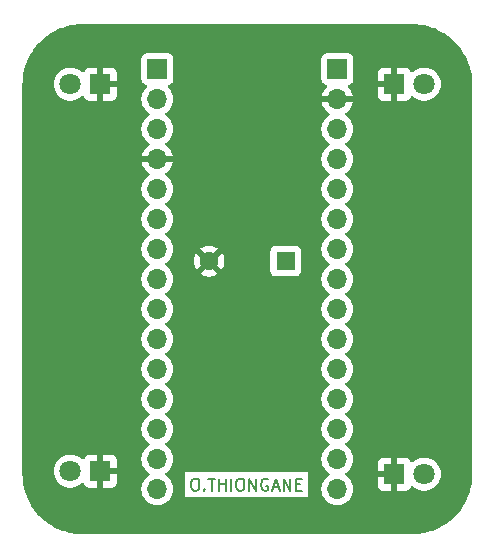
<source format=gbr>
%TF.GenerationSoftware,KiCad,Pcbnew,7.0.6*%
%TF.CreationDate,2024-03-18T09:35:31+01:00*%
%TF.ProjectId,PymonPCB,50796d6f-6e50-4434-922e-6b696361645f,rev?*%
%TF.SameCoordinates,Original*%
%TF.FileFunction,Copper,L1,Top*%
%TF.FilePolarity,Positive*%
%FSLAX46Y46*%
G04 Gerber Fmt 4.6, Leading zero omitted, Abs format (unit mm)*
G04 Created by KiCad (PCBNEW 7.0.6) date 2024-03-18 09:35:31*
%MOMM*%
%LPD*%
G01*
G04 APERTURE LIST*
%ADD10C,0.150000*%
%TA.AperFunction,NonConductor*%
%ADD11C,0.150000*%
%TD*%
%TA.AperFunction,ComponentPad*%
%ADD12R,1.700000X1.700000*%
%TD*%
%TA.AperFunction,ComponentPad*%
%ADD13O,1.700000X1.700000*%
%TD*%
%TA.AperFunction,ComponentPad*%
%ADD14R,1.800000X1.800000*%
%TD*%
%TA.AperFunction,ComponentPad*%
%ADD15C,1.800000*%
%TD*%
%TA.AperFunction,ComponentPad*%
%ADD16R,1.600000X1.600000*%
%TD*%
%TA.AperFunction,ComponentPad*%
%ADD17C,1.600000*%
%TD*%
G04 APERTURE END LIST*
D10*
D11*
X130117255Y-121049819D02*
X130307731Y-121049819D01*
X130307731Y-121049819D02*
X130402969Y-121097438D01*
X130402969Y-121097438D02*
X130498207Y-121192676D01*
X130498207Y-121192676D02*
X130545826Y-121383152D01*
X130545826Y-121383152D02*
X130545826Y-121716485D01*
X130545826Y-121716485D02*
X130498207Y-121906961D01*
X130498207Y-121906961D02*
X130402969Y-122002200D01*
X130402969Y-122002200D02*
X130307731Y-122049819D01*
X130307731Y-122049819D02*
X130117255Y-122049819D01*
X130117255Y-122049819D02*
X130022017Y-122002200D01*
X130022017Y-122002200D02*
X129926779Y-121906961D01*
X129926779Y-121906961D02*
X129879160Y-121716485D01*
X129879160Y-121716485D02*
X129879160Y-121383152D01*
X129879160Y-121383152D02*
X129926779Y-121192676D01*
X129926779Y-121192676D02*
X130022017Y-121097438D01*
X130022017Y-121097438D02*
X130117255Y-121049819D01*
X130974398Y-121954580D02*
X131022017Y-122002200D01*
X131022017Y-122002200D02*
X130974398Y-122049819D01*
X130974398Y-122049819D02*
X130926779Y-122002200D01*
X130926779Y-122002200D02*
X130974398Y-121954580D01*
X130974398Y-121954580D02*
X130974398Y-122049819D01*
X131307731Y-121049819D02*
X131879159Y-121049819D01*
X131593445Y-122049819D02*
X131593445Y-121049819D01*
X132212493Y-122049819D02*
X132212493Y-121049819D01*
X132212493Y-121526009D02*
X132783921Y-121526009D01*
X132783921Y-122049819D02*
X132783921Y-121049819D01*
X133260112Y-122049819D02*
X133260112Y-121049819D01*
X133926778Y-121049819D02*
X134117254Y-121049819D01*
X134117254Y-121049819D02*
X134212492Y-121097438D01*
X134212492Y-121097438D02*
X134307730Y-121192676D01*
X134307730Y-121192676D02*
X134355349Y-121383152D01*
X134355349Y-121383152D02*
X134355349Y-121716485D01*
X134355349Y-121716485D02*
X134307730Y-121906961D01*
X134307730Y-121906961D02*
X134212492Y-122002200D01*
X134212492Y-122002200D02*
X134117254Y-122049819D01*
X134117254Y-122049819D02*
X133926778Y-122049819D01*
X133926778Y-122049819D02*
X133831540Y-122002200D01*
X133831540Y-122002200D02*
X133736302Y-121906961D01*
X133736302Y-121906961D02*
X133688683Y-121716485D01*
X133688683Y-121716485D02*
X133688683Y-121383152D01*
X133688683Y-121383152D02*
X133736302Y-121192676D01*
X133736302Y-121192676D02*
X133831540Y-121097438D01*
X133831540Y-121097438D02*
X133926778Y-121049819D01*
X134783921Y-122049819D02*
X134783921Y-121049819D01*
X134783921Y-121049819D02*
X135355349Y-122049819D01*
X135355349Y-122049819D02*
X135355349Y-121049819D01*
X136355349Y-121097438D02*
X136260111Y-121049819D01*
X136260111Y-121049819D02*
X136117254Y-121049819D01*
X136117254Y-121049819D02*
X135974397Y-121097438D01*
X135974397Y-121097438D02*
X135879159Y-121192676D01*
X135879159Y-121192676D02*
X135831540Y-121287914D01*
X135831540Y-121287914D02*
X135783921Y-121478390D01*
X135783921Y-121478390D02*
X135783921Y-121621247D01*
X135783921Y-121621247D02*
X135831540Y-121811723D01*
X135831540Y-121811723D02*
X135879159Y-121906961D01*
X135879159Y-121906961D02*
X135974397Y-122002200D01*
X135974397Y-122002200D02*
X136117254Y-122049819D01*
X136117254Y-122049819D02*
X136212492Y-122049819D01*
X136212492Y-122049819D02*
X136355349Y-122002200D01*
X136355349Y-122002200D02*
X136402968Y-121954580D01*
X136402968Y-121954580D02*
X136402968Y-121621247D01*
X136402968Y-121621247D02*
X136212492Y-121621247D01*
X136783921Y-121764104D02*
X137260111Y-121764104D01*
X136688683Y-122049819D02*
X137022016Y-121049819D01*
X137022016Y-121049819D02*
X137355349Y-122049819D01*
X137688683Y-122049819D02*
X137688683Y-121049819D01*
X137688683Y-121049819D02*
X138260111Y-122049819D01*
X138260111Y-122049819D02*
X138260111Y-121049819D01*
X138736302Y-121526009D02*
X139069635Y-121526009D01*
X139212492Y-122049819D02*
X138736302Y-122049819D01*
X138736302Y-122049819D02*
X138736302Y-121049819D01*
X138736302Y-121049819D02*
X139212492Y-121049819D01*
D12*
%TO.P,J2,1,Pin_1*%
%TO.N,unconnected-(J2-Pin_1-Pad1)*%
X142240000Y-86360000D03*
D13*
%TO.P,J2,2,Pin_2*%
%TO.N,GND*%
X142240000Y-88900000D03*
%TO.P,J2,3,Pin_3*%
%TO.N,unconnected-(J2-Pin_3-Pad3)*%
X142240000Y-91440000D03*
%TO.P,J2,4,Pin_4*%
%TO.N,unconnected-(J2-Pin_4-Pad4)*%
X142240000Y-93980000D03*
%TO.P,J2,5,Pin_5*%
%TO.N,unconnected-(J2-Pin_5-Pad5)*%
X142240000Y-96520000D03*
%TO.P,J2,6,Pin_6*%
%TO.N,/Red_LED*%
X142240000Y-99060000D03*
%TO.P,J2,7,Pin_7*%
%TO.N,/Buzzer*%
X142240000Y-101600000D03*
%TO.P,J2,8,Pin_8*%
%TO.N,unconnected-(J2-Pin_8-Pad8)*%
X142240000Y-104140000D03*
%TO.P,J2,9,Pin_9*%
%TO.N,unconnected-(J2-Pin_9-Pad9)*%
X142240000Y-106680000D03*
%TO.P,J2,10,Pin_10*%
%TO.N,unconnected-(J2-Pin_10-Pad10)*%
X142240000Y-109220000D03*
%TO.P,J2,11,Pin_11*%
%TO.N,/Green_LED*%
X142240000Y-111760000D03*
%TO.P,J2,12,Pin_12*%
%TO.N,unconnected-(J2-Pin_12-Pad12)*%
X142240000Y-114300000D03*
%TO.P,J2,13,Pin_13*%
%TO.N,unconnected-(J2-Pin_13-Pad13)*%
X142240000Y-116840000D03*
%TO.P,J2,14,Pin_14*%
%TO.N,unconnected-(J2-Pin_14-Pad14)*%
X142240000Y-119380000D03*
%TO.P,J2,15,Pin_15*%
%TO.N,unconnected-(J2-Pin_15-Pad15)*%
X142240000Y-121920000D03*
%TD*%
D12*
%TO.P,J1,1,Pin_1*%
%TO.N,unconnected-(J1-Pin_1-Pad1)*%
X127000000Y-86360000D03*
D13*
%TO.P,J1,2,Pin_2*%
%TO.N,unconnected-(J1-Pin_2-Pad2)*%
X127000000Y-88900000D03*
%TO.P,J1,3,Pin_3*%
%TO.N,unconnected-(J1-Pin_3-Pad3)*%
X127000000Y-91440000D03*
%TO.P,J1,4,Pin_4*%
%TO.N,GND*%
X127000000Y-93980000D03*
%TO.P,J1,5,Pin_5*%
%TO.N,unconnected-(J1-Pin_5-Pad5)*%
X127000000Y-96520000D03*
%TO.P,J1,6,Pin_6*%
%TO.N,/Yellow_LED*%
X127000000Y-99060000D03*
%TO.P,J1,7,Pin_7*%
%TO.N,unconnected-(J1-Pin_7-Pad7)*%
X127000000Y-101600000D03*
%TO.P,J1,8,Pin_8*%
%TO.N,unconnected-(J1-Pin_8-Pad8)*%
X127000000Y-104140000D03*
%TO.P,J1,9,Pin_9*%
%TO.N,unconnected-(J1-Pin_9-Pad9)*%
X127000000Y-106680000D03*
%TO.P,J1,10,Pin_10*%
%TO.N,unconnected-(J1-Pin_10-Pad10)*%
X127000000Y-109220000D03*
%TO.P,J1,11,Pin_11*%
%TO.N,/Blue_LED*%
X127000000Y-111760000D03*
%TO.P,J1,12,Pin_12*%
%TO.N,unconnected-(J1-Pin_12-Pad12)*%
X127000000Y-114300000D03*
%TO.P,J1,13,Pin_13*%
%TO.N,unconnected-(J1-Pin_13-Pad13)*%
X127000000Y-116840000D03*
%TO.P,J1,14,Pin_14*%
%TO.N,unconnected-(J1-Pin_14-Pad14)*%
X127000000Y-119380000D03*
%TO.P,J1,15,Pin_15*%
%TO.N,unconnected-(J1-Pin_15-Pad15)*%
X127000000Y-121920000D03*
%TD*%
D14*
%TO.P,D3,1,K*%
%TO.N,GND*%
X147061000Y-120650000D03*
D15*
%TO.P,D3,2,A*%
%TO.N,Net-(D3-A)*%
X149601000Y-120650000D03*
%TD*%
D14*
%TO.P,D4,1,K*%
%TO.N,GND*%
X122174000Y-120396000D03*
D15*
%TO.P,D4,2,A*%
%TO.N,Net-(D4-A)*%
X119634000Y-120396000D03*
%TD*%
D16*
%TO.P,BZ1,1,-*%
%TO.N,/Buzzer*%
X137870000Y-102616000D03*
D17*
%TO.P,BZ1,2,+*%
%TO.N,GND*%
X131370000Y-102616000D03*
%TD*%
D14*
%TO.P,D2,1,K*%
%TO.N,GND*%
X122174000Y-87630000D03*
D15*
%TO.P,D2,2,A*%
%TO.N,Net-(D2-A)*%
X119634000Y-87630000D03*
%TD*%
D14*
%TO.P,D1,1,K*%
%TO.N,GND*%
X147061000Y-87630000D03*
D15*
%TO.P,D1,2,A*%
%TO.N,Net-(D1-A)*%
X149601000Y-87630000D03*
%TD*%
%TA.AperFunction,Conductor*%
%TO.N,GND*%
G36*
X148807525Y-82559496D02*
G01*
X149012732Y-82568456D01*
X149017654Y-82568870D01*
X149235755Y-82596056D01*
X149440849Y-82623058D01*
X149445420Y-82623837D01*
X149660399Y-82668913D01*
X149862714Y-82713766D01*
X149866969Y-82714869D01*
X149985715Y-82750222D01*
X150077449Y-82777533D01*
X150130220Y-82794171D01*
X150275378Y-82839939D01*
X150279180Y-82841277D01*
X150483265Y-82920912D01*
X150483908Y-82921163D01*
X150675763Y-83000632D01*
X150679234Y-83002196D01*
X150876710Y-83098737D01*
X150876733Y-83098748D01*
X151061061Y-83194704D01*
X151064169Y-83196437D01*
X151186039Y-83269054D01*
X151253108Y-83309019D01*
X151428522Y-83420771D01*
X151431212Y-83422586D01*
X151610304Y-83550456D01*
X151775405Y-83677142D01*
X151777733Y-83679019D01*
X151945753Y-83821323D01*
X152100324Y-83962962D01*
X152257037Y-84119675D01*
X152398676Y-84274246D01*
X152540979Y-84442265D01*
X152542856Y-84444593D01*
X152669543Y-84609695D01*
X152797412Y-84788786D01*
X152799244Y-84791501D01*
X152910986Y-84966901D01*
X153023561Y-85155829D01*
X153025294Y-85158937D01*
X153121251Y-85343266D01*
X153217786Y-85540731D01*
X153219366Y-85544235D01*
X153298836Y-85736091D01*
X153330362Y-85816886D01*
X153378708Y-85940785D01*
X153380072Y-85944657D01*
X153442466Y-86142549D01*
X153505124Y-86353014D01*
X153506232Y-86357286D01*
X153551099Y-86559663D01*
X153596157Y-86774559D01*
X153596946Y-86779191D01*
X153623952Y-86984318D01*
X153651126Y-87202322D01*
X153651543Y-87207288D01*
X153660512Y-87412701D01*
X153669500Y-87630000D01*
X153669500Y-120650000D01*
X153660512Y-120867298D01*
X153651543Y-121072710D01*
X153651126Y-121077676D01*
X153623952Y-121295681D01*
X153596946Y-121500807D01*
X153596157Y-121505439D01*
X153551099Y-121720336D01*
X153506232Y-121922712D01*
X153505124Y-121926984D01*
X153442466Y-122137450D01*
X153380072Y-122335341D01*
X153378700Y-122339236D01*
X153298836Y-122543908D01*
X153219366Y-122735763D01*
X153217786Y-122739267D01*
X153121251Y-122936733D01*
X153025294Y-123121061D01*
X153023561Y-123124169D01*
X152910986Y-123313098D01*
X152799244Y-123488497D01*
X152797412Y-123491212D01*
X152669543Y-123670304D01*
X152542856Y-123835405D01*
X152540979Y-123837733D01*
X152398676Y-124005753D01*
X152257037Y-124160324D01*
X152100324Y-124317037D01*
X151945753Y-124458676D01*
X151777733Y-124600979D01*
X151775405Y-124602856D01*
X151610304Y-124729543D01*
X151431212Y-124857412D01*
X151428497Y-124859244D01*
X151253098Y-124970986D01*
X151064169Y-125083561D01*
X151061061Y-125085294D01*
X150876733Y-125181251D01*
X150679267Y-125277786D01*
X150675763Y-125279366D01*
X150483908Y-125358836D01*
X150279236Y-125438700D01*
X150275341Y-125440072D01*
X150077450Y-125502466D01*
X149866984Y-125565124D01*
X149862712Y-125566232D01*
X149660336Y-125611099D01*
X149445439Y-125656157D01*
X149440807Y-125656946D01*
X149235681Y-125683952D01*
X149017676Y-125711126D01*
X149012710Y-125711543D01*
X148807298Y-125720512D01*
X148590000Y-125729500D01*
X120650000Y-125729500D01*
X120432701Y-125720512D01*
X120227288Y-125711543D01*
X120222322Y-125711126D01*
X120004318Y-125683952D01*
X119799191Y-125656946D01*
X119794559Y-125656157D01*
X119579663Y-125611099D01*
X119377286Y-125566232D01*
X119373014Y-125565124D01*
X119162549Y-125502466D01*
X118964657Y-125440072D01*
X118960785Y-125438708D01*
X118828255Y-125386995D01*
X118756091Y-125358836D01*
X118564235Y-125279366D01*
X118560731Y-125277786D01*
X118363266Y-125181251D01*
X118178937Y-125085294D01*
X118175829Y-125083561D01*
X117986901Y-124970986D01*
X117811501Y-124859244D01*
X117808786Y-124857412D01*
X117629695Y-124729543D01*
X117464593Y-124602856D01*
X117462265Y-124600979D01*
X117294246Y-124458676D01*
X117139675Y-124317037D01*
X116982962Y-124160324D01*
X116841323Y-124005753D01*
X116699019Y-123837733D01*
X116697142Y-123835405D01*
X116570456Y-123670304D01*
X116442586Y-123491212D01*
X116440771Y-123488522D01*
X116329013Y-123313098D01*
X116289054Y-123246039D01*
X116216437Y-123124169D01*
X116214704Y-123121061D01*
X116118748Y-122936733D01*
X116022196Y-122739234D01*
X116020632Y-122735763D01*
X115941163Y-122543908D01*
X115923398Y-122498381D01*
X115861277Y-122339180D01*
X115859939Y-122335378D01*
X115803197Y-122155413D01*
X115797533Y-122137449D01*
X115760273Y-122012297D01*
X115734869Y-121926969D01*
X115733766Y-121922712D01*
X115733165Y-121920000D01*
X125644341Y-121920000D01*
X125664936Y-122155403D01*
X125664938Y-122155413D01*
X125726094Y-122383655D01*
X125726096Y-122383659D01*
X125726097Y-122383663D01*
X125779591Y-122498381D01*
X125825965Y-122597830D01*
X125825967Y-122597834D01*
X125922547Y-122735763D01*
X125961505Y-122791401D01*
X126128599Y-122958495D01*
X126225384Y-123026265D01*
X126322165Y-123094032D01*
X126322167Y-123094033D01*
X126322170Y-123094035D01*
X126536337Y-123193903D01*
X126764592Y-123255063D01*
X126952918Y-123271539D01*
X126999999Y-123275659D01*
X127000000Y-123275659D01*
X127000001Y-123275659D01*
X127039234Y-123272226D01*
X127235408Y-123255063D01*
X127463663Y-123193903D01*
X127677830Y-123094035D01*
X127871401Y-122958495D01*
X128038495Y-122791401D01*
X128174035Y-122597830D01*
X128273903Y-122383663D01*
X128335063Y-122155408D01*
X128355659Y-121920000D01*
X128335063Y-121684592D01*
X128273903Y-121456337D01*
X128174035Y-121242171D01*
X128074487Y-121100000D01*
X128038494Y-121048597D01*
X127871402Y-120881506D01*
X127871401Y-120881505D01*
X127685842Y-120751575D01*
X127685841Y-120751574D01*
X127642216Y-120696997D01*
X127635024Y-120627498D01*
X127666546Y-120565144D01*
X127685836Y-120548428D01*
X127798506Y-120469536D01*
X129299279Y-120469536D01*
X129299279Y-122630103D01*
X139791592Y-122630103D01*
X139791592Y-121920000D01*
X140884341Y-121920000D01*
X140904936Y-122155403D01*
X140904938Y-122155413D01*
X140966094Y-122383655D01*
X140966096Y-122383659D01*
X140966097Y-122383663D01*
X141019591Y-122498381D01*
X141065965Y-122597830D01*
X141065967Y-122597834D01*
X141162547Y-122735763D01*
X141201505Y-122791401D01*
X141368599Y-122958495D01*
X141465384Y-123026265D01*
X141562165Y-123094032D01*
X141562167Y-123094033D01*
X141562170Y-123094035D01*
X141776337Y-123193903D01*
X142004592Y-123255063D01*
X142192918Y-123271539D01*
X142239999Y-123275659D01*
X142240000Y-123275659D01*
X142240001Y-123275659D01*
X142279234Y-123272226D01*
X142475408Y-123255063D01*
X142703663Y-123193903D01*
X142917830Y-123094035D01*
X143111401Y-122958495D01*
X143278495Y-122791401D01*
X143414035Y-122597830D01*
X143513903Y-122383663D01*
X143575063Y-122155408D01*
X143595659Y-121920000D01*
X143575063Y-121684592D01*
X143551819Y-121597844D01*
X145661000Y-121597844D01*
X145667401Y-121657372D01*
X145667403Y-121657379D01*
X145717645Y-121792086D01*
X145717649Y-121792093D01*
X145803809Y-121907187D01*
X145803812Y-121907190D01*
X145918906Y-121993350D01*
X145918913Y-121993354D01*
X146053620Y-122043596D01*
X146053627Y-122043598D01*
X146113155Y-122049999D01*
X146113172Y-122050000D01*
X146811000Y-122050000D01*
X146811000Y-121024189D01*
X146863547Y-121060016D01*
X146993173Y-121100000D01*
X147094724Y-121100000D01*
X147195138Y-121084865D01*
X147311000Y-121029068D01*
X147311000Y-122050000D01*
X148008828Y-122050000D01*
X148008844Y-122049999D01*
X148068372Y-122043598D01*
X148068379Y-122043596D01*
X148203086Y-121993354D01*
X148203093Y-121993350D01*
X148318187Y-121907190D01*
X148318190Y-121907187D01*
X148404350Y-121792093D01*
X148404355Y-121792084D01*
X148433075Y-121715081D01*
X148474945Y-121659147D01*
X148540409Y-121634729D01*
X148608682Y-121649580D01*
X148640484Y-121674428D01*
X148649216Y-121683913D01*
X148649219Y-121683915D01*
X148649222Y-121683918D01*
X148832365Y-121826464D01*
X148832371Y-121826468D01*
X148832374Y-121826470D01*
X149036497Y-121936936D01*
X149150487Y-121976068D01*
X149256015Y-122012297D01*
X149256017Y-122012297D01*
X149256019Y-122012298D01*
X149484951Y-122050500D01*
X149484952Y-122050500D01*
X149717048Y-122050500D01*
X149717049Y-122050500D01*
X149945981Y-122012298D01*
X150165503Y-121936936D01*
X150369626Y-121826470D01*
X150552784Y-121683913D01*
X150709979Y-121513153D01*
X150836924Y-121318849D01*
X150930157Y-121106300D01*
X150987134Y-120881305D01*
X150988312Y-120867093D01*
X151006300Y-120650006D01*
X151006300Y-120649993D01*
X150987135Y-120418702D01*
X150987133Y-120418691D01*
X150930157Y-120193699D01*
X150836924Y-119981151D01*
X150709983Y-119786852D01*
X150709980Y-119786849D01*
X150709979Y-119786847D01*
X150552784Y-119616087D01*
X150552779Y-119616083D01*
X150552777Y-119616081D01*
X150369634Y-119473535D01*
X150369628Y-119473531D01*
X150165504Y-119363064D01*
X150165495Y-119363061D01*
X149945984Y-119287702D01*
X149758404Y-119256401D01*
X149717049Y-119249500D01*
X149484951Y-119249500D01*
X149443596Y-119256401D01*
X149256015Y-119287702D01*
X149036504Y-119363061D01*
X149036495Y-119363064D01*
X148832371Y-119473531D01*
X148832365Y-119473535D01*
X148649222Y-119616081D01*
X148649215Y-119616087D01*
X148640484Y-119625572D01*
X148580595Y-119661561D01*
X148510757Y-119659458D01*
X148453143Y-119619932D01*
X148433075Y-119584918D01*
X148404355Y-119507915D01*
X148404350Y-119507906D01*
X148318190Y-119392812D01*
X148318187Y-119392809D01*
X148203093Y-119306649D01*
X148203086Y-119306645D01*
X148068379Y-119256403D01*
X148068372Y-119256401D01*
X148008844Y-119250000D01*
X147311000Y-119250000D01*
X147311000Y-120275810D01*
X147258453Y-120239984D01*
X147128827Y-120200000D01*
X147027276Y-120200000D01*
X146926862Y-120215135D01*
X146811000Y-120270931D01*
X146811000Y-119250000D01*
X146113155Y-119250000D01*
X146053627Y-119256401D01*
X146053620Y-119256403D01*
X145918913Y-119306645D01*
X145918906Y-119306649D01*
X145803812Y-119392809D01*
X145803809Y-119392812D01*
X145717649Y-119507906D01*
X145717645Y-119507913D01*
X145667403Y-119642620D01*
X145667401Y-119642627D01*
X145661000Y-119702155D01*
X145661000Y-120400000D01*
X146685722Y-120400000D01*
X146637375Y-120483740D01*
X146607190Y-120615992D01*
X146617327Y-120751265D01*
X146666887Y-120877541D01*
X146684797Y-120900000D01*
X145661000Y-120900000D01*
X145661000Y-121597844D01*
X143551819Y-121597844D01*
X143513903Y-121456337D01*
X143414035Y-121242171D01*
X143314487Y-121100000D01*
X143278494Y-121048597D01*
X143111402Y-120881506D01*
X143111401Y-120881505D01*
X142925842Y-120751575D01*
X142925841Y-120751574D01*
X142882216Y-120696997D01*
X142875024Y-120627498D01*
X142906546Y-120565144D01*
X142925836Y-120548428D01*
X143111401Y-120418495D01*
X143278495Y-120251401D01*
X143414035Y-120057830D01*
X143513903Y-119843663D01*
X143575063Y-119615408D01*
X143595659Y-119380000D01*
X143575063Y-119144592D01*
X143513903Y-118916337D01*
X143414035Y-118702171D01*
X143278495Y-118508599D01*
X143278494Y-118508597D01*
X143111402Y-118341506D01*
X143111396Y-118341501D01*
X142925842Y-118211575D01*
X142882217Y-118156998D01*
X142875023Y-118087500D01*
X142906546Y-118025145D01*
X142925842Y-118008425D01*
X142948026Y-117992891D01*
X143111401Y-117878495D01*
X143278495Y-117711401D01*
X143414035Y-117517830D01*
X143513903Y-117303663D01*
X143575063Y-117075408D01*
X143595659Y-116840000D01*
X143575063Y-116604592D01*
X143513903Y-116376337D01*
X143414035Y-116162171D01*
X143278495Y-115968599D01*
X143278494Y-115968597D01*
X143111402Y-115801506D01*
X143111401Y-115801505D01*
X142925842Y-115671575D01*
X142925841Y-115671574D01*
X142882216Y-115616997D01*
X142875024Y-115547498D01*
X142906546Y-115485144D01*
X142925836Y-115468428D01*
X143111401Y-115338495D01*
X143278495Y-115171401D01*
X143414035Y-114977830D01*
X143513903Y-114763663D01*
X143575063Y-114535408D01*
X143595659Y-114300000D01*
X143575063Y-114064592D01*
X143513903Y-113836337D01*
X143414035Y-113622171D01*
X143278495Y-113428599D01*
X143278494Y-113428597D01*
X143111402Y-113261506D01*
X143111396Y-113261501D01*
X142925842Y-113131575D01*
X142882217Y-113076998D01*
X142875023Y-113007500D01*
X142906546Y-112945145D01*
X142925842Y-112928425D01*
X142948026Y-112912891D01*
X143111401Y-112798495D01*
X143278495Y-112631401D01*
X143414035Y-112437830D01*
X143513903Y-112223663D01*
X143575063Y-111995408D01*
X143595659Y-111760000D01*
X143575063Y-111524592D01*
X143513903Y-111296337D01*
X143414035Y-111082171D01*
X143278495Y-110888599D01*
X143278494Y-110888597D01*
X143111402Y-110721506D01*
X143111401Y-110721505D01*
X142925842Y-110591575D01*
X142925841Y-110591574D01*
X142882216Y-110536997D01*
X142875024Y-110467498D01*
X142906546Y-110405144D01*
X142925836Y-110388428D01*
X143111401Y-110258495D01*
X143278495Y-110091401D01*
X143414035Y-109897830D01*
X143513903Y-109683663D01*
X143575063Y-109455408D01*
X143595659Y-109220000D01*
X143575063Y-108984592D01*
X143513903Y-108756337D01*
X143414035Y-108542171D01*
X143278495Y-108348599D01*
X143278494Y-108348597D01*
X143111402Y-108181506D01*
X143111396Y-108181501D01*
X142925842Y-108051575D01*
X142882217Y-107996998D01*
X142875023Y-107927500D01*
X142906546Y-107865145D01*
X142925842Y-107848425D01*
X142948026Y-107832891D01*
X143111401Y-107718495D01*
X143278495Y-107551401D01*
X143414035Y-107357830D01*
X143513903Y-107143663D01*
X143575063Y-106915408D01*
X143595659Y-106680000D01*
X143575063Y-106444592D01*
X143513903Y-106216337D01*
X143414035Y-106002171D01*
X143278495Y-105808599D01*
X143278494Y-105808597D01*
X143111402Y-105641506D01*
X143111401Y-105641505D01*
X142925842Y-105511575D01*
X142925841Y-105511574D01*
X142882216Y-105456997D01*
X142875024Y-105387498D01*
X142906546Y-105325144D01*
X142925836Y-105308428D01*
X143111401Y-105178495D01*
X143278495Y-105011401D01*
X143414035Y-104817830D01*
X143513903Y-104603663D01*
X143575063Y-104375408D01*
X143595659Y-104140000D01*
X143575063Y-103904592D01*
X143513903Y-103676337D01*
X143414035Y-103462171D01*
X143329521Y-103341471D01*
X143278494Y-103268597D01*
X143111402Y-103101506D01*
X143111396Y-103101501D01*
X142925842Y-102971575D01*
X142882217Y-102916998D01*
X142875023Y-102847500D01*
X142906546Y-102785145D01*
X142925842Y-102768425D01*
X143040859Y-102687889D01*
X143111401Y-102638495D01*
X143278495Y-102471401D01*
X143414035Y-102277830D01*
X143513903Y-102063663D01*
X143575063Y-101835408D01*
X143595659Y-101600000D01*
X143575063Y-101364592D01*
X143513903Y-101136337D01*
X143414035Y-100922171D01*
X143278495Y-100728599D01*
X143278494Y-100728597D01*
X143111402Y-100561506D01*
X143111401Y-100561505D01*
X142925842Y-100431575D01*
X142925841Y-100431574D01*
X142882216Y-100376997D01*
X142875024Y-100307498D01*
X142906546Y-100245144D01*
X142925836Y-100228428D01*
X143111401Y-100098495D01*
X143278495Y-99931401D01*
X143414035Y-99737830D01*
X143513903Y-99523663D01*
X143575063Y-99295408D01*
X143595659Y-99060000D01*
X143575063Y-98824592D01*
X143513903Y-98596337D01*
X143414035Y-98382171D01*
X143278495Y-98188599D01*
X143278494Y-98188597D01*
X143111402Y-98021506D01*
X143111396Y-98021501D01*
X142925842Y-97891575D01*
X142882217Y-97836998D01*
X142875023Y-97767500D01*
X142906546Y-97705145D01*
X142925842Y-97688425D01*
X142948026Y-97672891D01*
X143111401Y-97558495D01*
X143278495Y-97391401D01*
X143414035Y-97197830D01*
X143513903Y-96983663D01*
X143575063Y-96755408D01*
X143595659Y-96520000D01*
X143575063Y-96284592D01*
X143513903Y-96056337D01*
X143414035Y-95842171D01*
X143278495Y-95648599D01*
X143278494Y-95648597D01*
X143111402Y-95481506D01*
X143111401Y-95481505D01*
X142925842Y-95351575D01*
X142925841Y-95351574D01*
X142882216Y-95296997D01*
X142875024Y-95227498D01*
X142906546Y-95165144D01*
X142925836Y-95148428D01*
X143111401Y-95018495D01*
X143278495Y-94851401D01*
X143414035Y-94657830D01*
X143513903Y-94443663D01*
X143575063Y-94215408D01*
X143595659Y-93980000D01*
X143575063Y-93744592D01*
X143513903Y-93516337D01*
X143414035Y-93302171D01*
X143278495Y-93108599D01*
X143278494Y-93108597D01*
X143111402Y-92941506D01*
X143111396Y-92941501D01*
X142925842Y-92811575D01*
X142882217Y-92756998D01*
X142875023Y-92687500D01*
X142906546Y-92625145D01*
X142925842Y-92608425D01*
X142948026Y-92592891D01*
X143111401Y-92478495D01*
X143278495Y-92311401D01*
X143414035Y-92117830D01*
X143513903Y-91903663D01*
X143575063Y-91675408D01*
X143595659Y-91440000D01*
X143575063Y-91204592D01*
X143513903Y-90976337D01*
X143414035Y-90762171D01*
X143278495Y-90568599D01*
X143278494Y-90568597D01*
X143111402Y-90401506D01*
X143111401Y-90401505D01*
X142925842Y-90271575D01*
X142925405Y-90271269D01*
X142881781Y-90216692D01*
X142874588Y-90147193D01*
X142906110Y-90084839D01*
X142925405Y-90068119D01*
X143111082Y-89938105D01*
X143278105Y-89771082D01*
X143413600Y-89577578D01*
X143513429Y-89363492D01*
X143513432Y-89363486D01*
X143570636Y-89150000D01*
X142673686Y-89150000D01*
X142699493Y-89109844D01*
X142740000Y-88971889D01*
X142740000Y-88828111D01*
X142699493Y-88690156D01*
X142673686Y-88650000D01*
X143570636Y-88650000D01*
X143570635Y-88649999D01*
X143551301Y-88577844D01*
X145661000Y-88577844D01*
X145667401Y-88637372D01*
X145667403Y-88637379D01*
X145717645Y-88772086D01*
X145717649Y-88772093D01*
X145803809Y-88887187D01*
X145803812Y-88887190D01*
X145918906Y-88973350D01*
X145918913Y-88973354D01*
X146053620Y-89023596D01*
X146053627Y-89023598D01*
X146113155Y-89029999D01*
X146113172Y-89030000D01*
X146811000Y-89030000D01*
X146811000Y-88004189D01*
X146863547Y-88040016D01*
X146993173Y-88080000D01*
X147094724Y-88080000D01*
X147195138Y-88064865D01*
X147311000Y-88009068D01*
X147311000Y-89030000D01*
X148008828Y-89030000D01*
X148008844Y-89029999D01*
X148068372Y-89023598D01*
X148068379Y-89023596D01*
X148203086Y-88973354D01*
X148203093Y-88973350D01*
X148318187Y-88887190D01*
X148318190Y-88887187D01*
X148404350Y-88772093D01*
X148404355Y-88772084D01*
X148433075Y-88695081D01*
X148474945Y-88639147D01*
X148540409Y-88614729D01*
X148608682Y-88629580D01*
X148640484Y-88654428D01*
X148649216Y-88663913D01*
X148649219Y-88663915D01*
X148649222Y-88663918D01*
X148832365Y-88806464D01*
X148832371Y-88806468D01*
X148832374Y-88806470D01*
X149036497Y-88916936D01*
X149150487Y-88956068D01*
X149256015Y-88992297D01*
X149256017Y-88992297D01*
X149256019Y-88992298D01*
X149484951Y-89030500D01*
X149484952Y-89030500D01*
X149717048Y-89030500D01*
X149717049Y-89030500D01*
X149945981Y-88992298D01*
X150165503Y-88916936D01*
X150369626Y-88806470D01*
X150552784Y-88663913D01*
X150709979Y-88493153D01*
X150836924Y-88298849D01*
X150930157Y-88086300D01*
X150987134Y-87861305D01*
X150988456Y-87845351D01*
X151006300Y-87630006D01*
X151006300Y-87629993D01*
X150987135Y-87398702D01*
X150987133Y-87398691D01*
X150930157Y-87173699D01*
X150836924Y-86961151D01*
X150709983Y-86766852D01*
X150709980Y-86766849D01*
X150709979Y-86766847D01*
X150552784Y-86596087D01*
X150552779Y-86596083D01*
X150552777Y-86596081D01*
X150369634Y-86453535D01*
X150369628Y-86453531D01*
X150165504Y-86343064D01*
X150165495Y-86343061D01*
X149945984Y-86267702D01*
X149758404Y-86236401D01*
X149717049Y-86229500D01*
X149484951Y-86229500D01*
X149443596Y-86236401D01*
X149256015Y-86267702D01*
X149036504Y-86343061D01*
X149036495Y-86343064D01*
X148832371Y-86453531D01*
X148832365Y-86453535D01*
X148649222Y-86596081D01*
X148649215Y-86596087D01*
X148640484Y-86605572D01*
X148580595Y-86641561D01*
X148510757Y-86639458D01*
X148453143Y-86599932D01*
X148433075Y-86564918D01*
X148404355Y-86487915D01*
X148404350Y-86487906D01*
X148318190Y-86372812D01*
X148318187Y-86372809D01*
X148203093Y-86286649D01*
X148203086Y-86286645D01*
X148068379Y-86236403D01*
X148068372Y-86236401D01*
X148008844Y-86230000D01*
X147311000Y-86230000D01*
X147311000Y-87255810D01*
X147258453Y-87219984D01*
X147128827Y-87180000D01*
X147027276Y-87180000D01*
X146926862Y-87195135D01*
X146811000Y-87250931D01*
X146811000Y-86230000D01*
X146113155Y-86230000D01*
X146053627Y-86236401D01*
X146053620Y-86236403D01*
X145918913Y-86286645D01*
X145918906Y-86286649D01*
X145803812Y-86372809D01*
X145803809Y-86372812D01*
X145717649Y-86487906D01*
X145717645Y-86487913D01*
X145667403Y-86622620D01*
X145667401Y-86622627D01*
X145661000Y-86682155D01*
X145661000Y-87380000D01*
X146685722Y-87380000D01*
X146637375Y-87463740D01*
X146607190Y-87595992D01*
X146617327Y-87731265D01*
X146666887Y-87857541D01*
X146684797Y-87880000D01*
X145661000Y-87880000D01*
X145661000Y-88577844D01*
X143551301Y-88577844D01*
X143513432Y-88436513D01*
X143513429Y-88436507D01*
X143413600Y-88222422D01*
X143413599Y-88222420D01*
X143278113Y-88028926D01*
X143278108Y-88028920D01*
X143156053Y-87906865D01*
X143122568Y-87845542D01*
X143127552Y-87775850D01*
X143169424Y-87719917D01*
X143200400Y-87703002D01*
X143332331Y-87653796D01*
X143447546Y-87567546D01*
X143533796Y-87452331D01*
X143584091Y-87317483D01*
X143590500Y-87257873D01*
X143590499Y-85462128D01*
X143584091Y-85402517D01*
X143533796Y-85267669D01*
X143533795Y-85267668D01*
X143533793Y-85267664D01*
X143447547Y-85152455D01*
X143447544Y-85152452D01*
X143332335Y-85066206D01*
X143332328Y-85066202D01*
X143197482Y-85015908D01*
X143197483Y-85015908D01*
X143137883Y-85009501D01*
X143137881Y-85009500D01*
X143137873Y-85009500D01*
X143137864Y-85009500D01*
X141342129Y-85009500D01*
X141342123Y-85009501D01*
X141282516Y-85015908D01*
X141147671Y-85066202D01*
X141147664Y-85066206D01*
X141032455Y-85152452D01*
X141032452Y-85152455D01*
X140946206Y-85267664D01*
X140946202Y-85267671D01*
X140895908Y-85402517D01*
X140889501Y-85462116D01*
X140889501Y-85462123D01*
X140889500Y-85462135D01*
X140889500Y-87257870D01*
X140889501Y-87257876D01*
X140895908Y-87317483D01*
X140946202Y-87452328D01*
X140946206Y-87452335D01*
X141032452Y-87567544D01*
X141032455Y-87567547D01*
X141147664Y-87653793D01*
X141147671Y-87653797D01*
X141209902Y-87677007D01*
X141279598Y-87703002D01*
X141335531Y-87744873D01*
X141359949Y-87810337D01*
X141345098Y-87878610D01*
X141323947Y-87906865D01*
X141201886Y-88028926D01*
X141066400Y-88222420D01*
X141066399Y-88222422D01*
X140966570Y-88436507D01*
X140966567Y-88436513D01*
X140909364Y-88649999D01*
X140909364Y-88650000D01*
X141806314Y-88650000D01*
X141780507Y-88690156D01*
X141740000Y-88828111D01*
X141740000Y-88971889D01*
X141780507Y-89109844D01*
X141806314Y-89150000D01*
X140909364Y-89150000D01*
X140966567Y-89363486D01*
X140966570Y-89363492D01*
X141066399Y-89577578D01*
X141201894Y-89771082D01*
X141368917Y-89938105D01*
X141554595Y-90068119D01*
X141598219Y-90122696D01*
X141605412Y-90192195D01*
X141573890Y-90254549D01*
X141554595Y-90271269D01*
X141368594Y-90401508D01*
X141201505Y-90568597D01*
X141065965Y-90762169D01*
X141065964Y-90762171D01*
X140966098Y-90976335D01*
X140966094Y-90976344D01*
X140904938Y-91204586D01*
X140904936Y-91204596D01*
X140884341Y-91439999D01*
X140884341Y-91440000D01*
X140904936Y-91675403D01*
X140904938Y-91675413D01*
X140966094Y-91903655D01*
X140966096Y-91903659D01*
X140966097Y-91903663D01*
X141065965Y-92117830D01*
X141065967Y-92117834D01*
X141201501Y-92311395D01*
X141201506Y-92311402D01*
X141368597Y-92478493D01*
X141368603Y-92478498D01*
X141554158Y-92608425D01*
X141597783Y-92663002D01*
X141604977Y-92732500D01*
X141573454Y-92794855D01*
X141554158Y-92811575D01*
X141368597Y-92941505D01*
X141201505Y-93108597D01*
X141065965Y-93302169D01*
X141065964Y-93302171D01*
X140966098Y-93516335D01*
X140966094Y-93516344D01*
X140904938Y-93744586D01*
X140904936Y-93744596D01*
X140884341Y-93979999D01*
X140884341Y-93980000D01*
X140904936Y-94215403D01*
X140904938Y-94215413D01*
X140966094Y-94443655D01*
X140966096Y-94443659D01*
X140966097Y-94443663D01*
X141065847Y-94657578D01*
X141065965Y-94657830D01*
X141065967Y-94657834D01*
X141201501Y-94851395D01*
X141201506Y-94851402D01*
X141368597Y-95018493D01*
X141368603Y-95018498D01*
X141554158Y-95148425D01*
X141597783Y-95203002D01*
X141604977Y-95272500D01*
X141573454Y-95334855D01*
X141554158Y-95351575D01*
X141368597Y-95481505D01*
X141201505Y-95648597D01*
X141065965Y-95842169D01*
X141065964Y-95842171D01*
X140966098Y-96056335D01*
X140966094Y-96056344D01*
X140904938Y-96284586D01*
X140904936Y-96284596D01*
X140884341Y-96519999D01*
X140884341Y-96520000D01*
X140904936Y-96755403D01*
X140904938Y-96755413D01*
X140966094Y-96983655D01*
X140966096Y-96983659D01*
X140966097Y-96983663D01*
X141065965Y-97197830D01*
X141065967Y-97197834D01*
X141201501Y-97391395D01*
X141201506Y-97391402D01*
X141368597Y-97558493D01*
X141368603Y-97558498D01*
X141554158Y-97688425D01*
X141597783Y-97743002D01*
X141604977Y-97812500D01*
X141573454Y-97874855D01*
X141554158Y-97891575D01*
X141368597Y-98021505D01*
X141201505Y-98188597D01*
X141065965Y-98382169D01*
X141065964Y-98382171D01*
X140966098Y-98596335D01*
X140966094Y-98596344D01*
X140904938Y-98824586D01*
X140904936Y-98824596D01*
X140884341Y-99059999D01*
X140884341Y-99060000D01*
X140904936Y-99295403D01*
X140904938Y-99295413D01*
X140966094Y-99523655D01*
X140966096Y-99523659D01*
X140966097Y-99523663D01*
X141065965Y-99737829D01*
X141065965Y-99737830D01*
X141065967Y-99737834D01*
X141201501Y-99931395D01*
X141201506Y-99931402D01*
X141368597Y-100098493D01*
X141368603Y-100098498D01*
X141554158Y-100228425D01*
X141597783Y-100283002D01*
X141604977Y-100352500D01*
X141573454Y-100414855D01*
X141554158Y-100431575D01*
X141368597Y-100561505D01*
X141201505Y-100728597D01*
X141065965Y-100922169D01*
X141065964Y-100922171D01*
X140966098Y-101136335D01*
X140966094Y-101136344D01*
X140904938Y-101364586D01*
X140904936Y-101364596D01*
X140884341Y-101599999D01*
X140884341Y-101600000D01*
X140904936Y-101835403D01*
X140904938Y-101835413D01*
X140966094Y-102063655D01*
X140966096Y-102063659D01*
X140966097Y-102063663D01*
X141015535Y-102169682D01*
X141065965Y-102277830D01*
X141065967Y-102277834D01*
X141201501Y-102471395D01*
X141201506Y-102471402D01*
X141368597Y-102638493D01*
X141368603Y-102638498D01*
X141554158Y-102768425D01*
X141597783Y-102823002D01*
X141604977Y-102892500D01*
X141573454Y-102954855D01*
X141554158Y-102971575D01*
X141368597Y-103101505D01*
X141201505Y-103268597D01*
X141065965Y-103462169D01*
X141065964Y-103462171D01*
X140966098Y-103676335D01*
X140966094Y-103676344D01*
X140904938Y-103904586D01*
X140904936Y-103904596D01*
X140884341Y-104139999D01*
X140884341Y-104140000D01*
X140904936Y-104375403D01*
X140904938Y-104375413D01*
X140966094Y-104603655D01*
X140966096Y-104603659D01*
X140966097Y-104603663D01*
X141065965Y-104817830D01*
X141065967Y-104817834D01*
X141201501Y-105011395D01*
X141201506Y-105011402D01*
X141368597Y-105178493D01*
X141368603Y-105178498D01*
X141554158Y-105308425D01*
X141597783Y-105363002D01*
X141604977Y-105432500D01*
X141573454Y-105494855D01*
X141554158Y-105511575D01*
X141368597Y-105641505D01*
X141201505Y-105808597D01*
X141065965Y-106002169D01*
X141065964Y-106002171D01*
X140966098Y-106216335D01*
X140966094Y-106216344D01*
X140904938Y-106444586D01*
X140904936Y-106444596D01*
X140884341Y-106679999D01*
X140884341Y-106680000D01*
X140904936Y-106915403D01*
X140904938Y-106915413D01*
X140966094Y-107143655D01*
X140966096Y-107143659D01*
X140966097Y-107143663D01*
X141065965Y-107357829D01*
X141065965Y-107357830D01*
X141065967Y-107357834D01*
X141201501Y-107551395D01*
X141201506Y-107551402D01*
X141368597Y-107718493D01*
X141368603Y-107718498D01*
X141554158Y-107848425D01*
X141597783Y-107903002D01*
X141604977Y-107972500D01*
X141573454Y-108034855D01*
X141554158Y-108051575D01*
X141368597Y-108181505D01*
X141201505Y-108348597D01*
X141065965Y-108542169D01*
X141065964Y-108542171D01*
X140966098Y-108756335D01*
X140966094Y-108756344D01*
X140904938Y-108984586D01*
X140904936Y-108984596D01*
X140884341Y-109219999D01*
X140884341Y-109220000D01*
X140904936Y-109455403D01*
X140904938Y-109455413D01*
X140966094Y-109683655D01*
X140966096Y-109683659D01*
X140966097Y-109683663D01*
X141065965Y-109897829D01*
X141065965Y-109897830D01*
X141065967Y-109897834D01*
X141201501Y-110091395D01*
X141201506Y-110091402D01*
X141368597Y-110258493D01*
X141368603Y-110258498D01*
X141554158Y-110388425D01*
X141597783Y-110443002D01*
X141604977Y-110512500D01*
X141573454Y-110574855D01*
X141554158Y-110591575D01*
X141368597Y-110721505D01*
X141201505Y-110888597D01*
X141065965Y-111082169D01*
X141065964Y-111082171D01*
X140966098Y-111296335D01*
X140966094Y-111296344D01*
X140904938Y-111524586D01*
X140904936Y-111524596D01*
X140884341Y-111759999D01*
X140884341Y-111760000D01*
X140904936Y-111995403D01*
X140904938Y-111995413D01*
X140966094Y-112223655D01*
X140966096Y-112223659D01*
X140966097Y-112223663D01*
X141065965Y-112437830D01*
X141065967Y-112437834D01*
X141201501Y-112631395D01*
X141201506Y-112631402D01*
X141368597Y-112798493D01*
X141368603Y-112798498D01*
X141554158Y-112928425D01*
X141597783Y-112983002D01*
X141604977Y-113052500D01*
X141573454Y-113114855D01*
X141554158Y-113131575D01*
X141368597Y-113261505D01*
X141201505Y-113428597D01*
X141065965Y-113622169D01*
X141065964Y-113622171D01*
X140966098Y-113836335D01*
X140966094Y-113836344D01*
X140904938Y-114064586D01*
X140904936Y-114064596D01*
X140884341Y-114299999D01*
X140884341Y-114300000D01*
X140904936Y-114535403D01*
X140904938Y-114535413D01*
X140966094Y-114763655D01*
X140966096Y-114763659D01*
X140966097Y-114763663D01*
X141065965Y-114977829D01*
X141065965Y-114977830D01*
X141065967Y-114977834D01*
X141201501Y-115171395D01*
X141201506Y-115171402D01*
X141368597Y-115338493D01*
X141368603Y-115338498D01*
X141554158Y-115468425D01*
X141597783Y-115523002D01*
X141604977Y-115592500D01*
X141573454Y-115654855D01*
X141554158Y-115671575D01*
X141368597Y-115801505D01*
X141201505Y-115968597D01*
X141065965Y-116162169D01*
X141065964Y-116162171D01*
X140966098Y-116376335D01*
X140966094Y-116376344D01*
X140904938Y-116604586D01*
X140904936Y-116604596D01*
X140884341Y-116839999D01*
X140884341Y-116840000D01*
X140904936Y-117075403D01*
X140904938Y-117075413D01*
X140966094Y-117303655D01*
X140966096Y-117303659D01*
X140966097Y-117303663D01*
X141065965Y-117517830D01*
X141065967Y-117517834D01*
X141201501Y-117711395D01*
X141201506Y-117711402D01*
X141368597Y-117878493D01*
X141368603Y-117878498D01*
X141554158Y-118008425D01*
X141597783Y-118063002D01*
X141604977Y-118132500D01*
X141573454Y-118194855D01*
X141554158Y-118211575D01*
X141368597Y-118341505D01*
X141201505Y-118508597D01*
X141065965Y-118702169D01*
X141065964Y-118702171D01*
X140966098Y-118916335D01*
X140966094Y-118916344D01*
X140904938Y-119144586D01*
X140904936Y-119144596D01*
X140884341Y-119379999D01*
X140884341Y-119380000D01*
X140904936Y-119615403D01*
X140904938Y-119615413D01*
X140966094Y-119843655D01*
X140966096Y-119843659D01*
X140966097Y-119843663D01*
X141010880Y-119939700D01*
X141065965Y-120057830D01*
X141065967Y-120057834D01*
X141201501Y-120251395D01*
X141201506Y-120251402D01*
X141368597Y-120418493D01*
X141368603Y-120418498D01*
X141554158Y-120548425D01*
X141597783Y-120603002D01*
X141604977Y-120672500D01*
X141573454Y-120734855D01*
X141554158Y-120751575D01*
X141368597Y-120881505D01*
X141201505Y-121048597D01*
X141065965Y-121242169D01*
X141065964Y-121242171D01*
X140966098Y-121456335D01*
X140966094Y-121456344D01*
X140904938Y-121684586D01*
X140904936Y-121684596D01*
X140884341Y-121919999D01*
X140884341Y-121920000D01*
X139791592Y-121920000D01*
X139791592Y-120469536D01*
X129299279Y-120469536D01*
X127798506Y-120469536D01*
X127871401Y-120418495D01*
X128038495Y-120251401D01*
X128174035Y-120057830D01*
X128273903Y-119843663D01*
X128335063Y-119615408D01*
X128355659Y-119380000D01*
X128335063Y-119144592D01*
X128273903Y-118916337D01*
X128174035Y-118702171D01*
X128038495Y-118508599D01*
X128038494Y-118508597D01*
X127871402Y-118341506D01*
X127871396Y-118341501D01*
X127685842Y-118211575D01*
X127642217Y-118156998D01*
X127635023Y-118087500D01*
X127666546Y-118025145D01*
X127685842Y-118008425D01*
X127708026Y-117992891D01*
X127871401Y-117878495D01*
X128038495Y-117711401D01*
X128174035Y-117517830D01*
X128273903Y-117303663D01*
X128335063Y-117075408D01*
X128355659Y-116840000D01*
X128335063Y-116604592D01*
X128273903Y-116376337D01*
X128174035Y-116162171D01*
X128038495Y-115968599D01*
X128038494Y-115968597D01*
X127871402Y-115801506D01*
X127871401Y-115801505D01*
X127685842Y-115671575D01*
X127685841Y-115671574D01*
X127642216Y-115616997D01*
X127635024Y-115547498D01*
X127666546Y-115485144D01*
X127685836Y-115468428D01*
X127871401Y-115338495D01*
X128038495Y-115171401D01*
X128174035Y-114977830D01*
X128273903Y-114763663D01*
X128335063Y-114535408D01*
X128355659Y-114300000D01*
X128335063Y-114064592D01*
X128273903Y-113836337D01*
X128174035Y-113622171D01*
X128038495Y-113428599D01*
X128038494Y-113428597D01*
X127871402Y-113261506D01*
X127871396Y-113261501D01*
X127685842Y-113131575D01*
X127642217Y-113076998D01*
X127635023Y-113007500D01*
X127666546Y-112945145D01*
X127685842Y-112928425D01*
X127708026Y-112912891D01*
X127871401Y-112798495D01*
X128038495Y-112631401D01*
X128174035Y-112437830D01*
X128273903Y-112223663D01*
X128335063Y-111995408D01*
X128355659Y-111760000D01*
X128335063Y-111524592D01*
X128273903Y-111296337D01*
X128174035Y-111082171D01*
X128038495Y-110888599D01*
X128038494Y-110888597D01*
X127871402Y-110721506D01*
X127871401Y-110721505D01*
X127685842Y-110591575D01*
X127685841Y-110591574D01*
X127642216Y-110536997D01*
X127635024Y-110467498D01*
X127666546Y-110405144D01*
X127685836Y-110388428D01*
X127871401Y-110258495D01*
X128038495Y-110091401D01*
X128174035Y-109897830D01*
X128273903Y-109683663D01*
X128335063Y-109455408D01*
X128355659Y-109220000D01*
X128335063Y-108984592D01*
X128273903Y-108756337D01*
X128174035Y-108542171D01*
X128038495Y-108348599D01*
X128038494Y-108348597D01*
X127871402Y-108181506D01*
X127871396Y-108181501D01*
X127685842Y-108051575D01*
X127642217Y-107996998D01*
X127635023Y-107927500D01*
X127666546Y-107865145D01*
X127685842Y-107848425D01*
X127708026Y-107832891D01*
X127871401Y-107718495D01*
X128038495Y-107551401D01*
X128174035Y-107357830D01*
X128273903Y-107143663D01*
X128335063Y-106915408D01*
X128355659Y-106680000D01*
X128335063Y-106444592D01*
X128273903Y-106216337D01*
X128174035Y-106002171D01*
X128038495Y-105808599D01*
X128038494Y-105808597D01*
X127871402Y-105641506D01*
X127871401Y-105641505D01*
X127685842Y-105511575D01*
X127685841Y-105511574D01*
X127642216Y-105456997D01*
X127635024Y-105387498D01*
X127666546Y-105325144D01*
X127685836Y-105308428D01*
X127871401Y-105178495D01*
X128038495Y-105011401D01*
X128174035Y-104817830D01*
X128273903Y-104603663D01*
X128335063Y-104375408D01*
X128355659Y-104140000D01*
X128335063Y-103904592D01*
X128273903Y-103676337D01*
X128174035Y-103462171D01*
X128089521Y-103341471D01*
X128038494Y-103268597D01*
X127871402Y-103101506D01*
X127871396Y-103101501D01*
X127685842Y-102971575D01*
X127642217Y-102916998D01*
X127635023Y-102847500D01*
X127666546Y-102785145D01*
X127685842Y-102768425D01*
X127800859Y-102687889D01*
X127871401Y-102638495D01*
X127893894Y-102616002D01*
X130065034Y-102616002D01*
X130084858Y-102842599D01*
X130084860Y-102842610D01*
X130143730Y-103062317D01*
X130143734Y-103062326D01*
X130239865Y-103268481D01*
X130239866Y-103268483D01*
X130290973Y-103341471D01*
X130290974Y-103341472D01*
X130886922Y-102745523D01*
X130910507Y-102825844D01*
X130988239Y-102946798D01*
X131096900Y-103040952D01*
X131227685Y-103100680D01*
X131237466Y-103102086D01*
X130644526Y-103695025D01*
X130644526Y-103695026D01*
X130717512Y-103746131D01*
X130717516Y-103746133D01*
X130923673Y-103842265D01*
X130923682Y-103842269D01*
X131143389Y-103901139D01*
X131143400Y-103901141D01*
X131369998Y-103920966D01*
X131370002Y-103920966D01*
X131596599Y-103901141D01*
X131596610Y-103901139D01*
X131816317Y-103842269D01*
X131816331Y-103842264D01*
X132022478Y-103746136D01*
X132095472Y-103695025D01*
X131864317Y-103463870D01*
X136569500Y-103463870D01*
X136569501Y-103463876D01*
X136575908Y-103523483D01*
X136626202Y-103658328D01*
X136626206Y-103658335D01*
X136712452Y-103773544D01*
X136712455Y-103773547D01*
X136827664Y-103859793D01*
X136827671Y-103859797D01*
X136962517Y-103910091D01*
X136962516Y-103910091D01*
X136969444Y-103910835D01*
X137022127Y-103916500D01*
X138717872Y-103916499D01*
X138777483Y-103910091D01*
X138912331Y-103859796D01*
X139027546Y-103773546D01*
X139113796Y-103658331D01*
X139164091Y-103523483D01*
X139170500Y-103463873D01*
X139170499Y-101768128D01*
X139164091Y-101708517D01*
X139123616Y-101599999D01*
X139113797Y-101573671D01*
X139113793Y-101573664D01*
X139027547Y-101458455D01*
X139027544Y-101458452D01*
X138912335Y-101372206D01*
X138912328Y-101372202D01*
X138777482Y-101321908D01*
X138777483Y-101321908D01*
X138717883Y-101315501D01*
X138717881Y-101315500D01*
X138717873Y-101315500D01*
X138717864Y-101315500D01*
X137022129Y-101315500D01*
X137022123Y-101315501D01*
X136962516Y-101321908D01*
X136827671Y-101372202D01*
X136827664Y-101372206D01*
X136712455Y-101458452D01*
X136712452Y-101458455D01*
X136626206Y-101573664D01*
X136626202Y-101573671D01*
X136575908Y-101708517D01*
X136569501Y-101768116D01*
X136569501Y-101768123D01*
X136569500Y-101768135D01*
X136569500Y-103463870D01*
X131864317Y-103463870D01*
X131502534Y-103102086D01*
X131512315Y-103100680D01*
X131643100Y-103040952D01*
X131751761Y-102946798D01*
X131829493Y-102825844D01*
X131853077Y-102745523D01*
X132449025Y-103341472D01*
X132500136Y-103268478D01*
X132596264Y-103062331D01*
X132596269Y-103062317D01*
X132655139Y-102842610D01*
X132655141Y-102842599D01*
X132674966Y-102616002D01*
X132674966Y-102615997D01*
X132655141Y-102389400D01*
X132655139Y-102389389D01*
X132596269Y-102169682D01*
X132596265Y-102169673D01*
X132500133Y-101963516D01*
X132500131Y-101963512D01*
X132449026Y-101890526D01*
X132449025Y-101890526D01*
X131853076Y-102486474D01*
X131829493Y-102406156D01*
X131751761Y-102285202D01*
X131643100Y-102191048D01*
X131512315Y-102131320D01*
X131502533Y-102129913D01*
X132095472Y-101536974D01*
X132095471Y-101536973D01*
X132022483Y-101485866D01*
X132022481Y-101485865D01*
X131816326Y-101389734D01*
X131816317Y-101389730D01*
X131596610Y-101330860D01*
X131596599Y-101330858D01*
X131370002Y-101311034D01*
X131369998Y-101311034D01*
X131143400Y-101330858D01*
X131143389Y-101330860D01*
X130923682Y-101389730D01*
X130923673Y-101389734D01*
X130717513Y-101485868D01*
X130644527Y-101536972D01*
X130644526Y-101536973D01*
X131237467Y-102129913D01*
X131227685Y-102131320D01*
X131096900Y-102191048D01*
X130988239Y-102285202D01*
X130910507Y-102406156D01*
X130886923Y-102486476D01*
X130290973Y-101890526D01*
X130290972Y-101890527D01*
X130239868Y-101963513D01*
X130143734Y-102169673D01*
X130143730Y-102169682D01*
X130084860Y-102389389D01*
X130084858Y-102389400D01*
X130065034Y-102615997D01*
X130065034Y-102616002D01*
X127893894Y-102616002D01*
X128038495Y-102471401D01*
X128174035Y-102277830D01*
X128273903Y-102063663D01*
X128335063Y-101835408D01*
X128355659Y-101600000D01*
X128335063Y-101364592D01*
X128273903Y-101136337D01*
X128174035Y-100922171D01*
X128038495Y-100728599D01*
X128038494Y-100728597D01*
X127871402Y-100561506D01*
X127871401Y-100561505D01*
X127685842Y-100431575D01*
X127685841Y-100431574D01*
X127642216Y-100376997D01*
X127635024Y-100307498D01*
X127666546Y-100245144D01*
X127685836Y-100228428D01*
X127871401Y-100098495D01*
X128038495Y-99931401D01*
X128174035Y-99737830D01*
X128273903Y-99523663D01*
X128335063Y-99295408D01*
X128355659Y-99060000D01*
X128335063Y-98824592D01*
X128273903Y-98596337D01*
X128174035Y-98382171D01*
X128038495Y-98188599D01*
X128038494Y-98188597D01*
X127871402Y-98021506D01*
X127871396Y-98021501D01*
X127685842Y-97891575D01*
X127642217Y-97836998D01*
X127635023Y-97767500D01*
X127666546Y-97705145D01*
X127685842Y-97688425D01*
X127708026Y-97672891D01*
X127871401Y-97558495D01*
X128038495Y-97391401D01*
X128174035Y-97197830D01*
X128273903Y-96983663D01*
X128335063Y-96755408D01*
X128355659Y-96520000D01*
X128335063Y-96284592D01*
X128273903Y-96056337D01*
X128174035Y-95842171D01*
X128038495Y-95648599D01*
X128038494Y-95648597D01*
X127871402Y-95481506D01*
X127871401Y-95481505D01*
X127685842Y-95351575D01*
X127685405Y-95351269D01*
X127641781Y-95296692D01*
X127634588Y-95227193D01*
X127666110Y-95164839D01*
X127685405Y-95148119D01*
X127871082Y-95018105D01*
X128038105Y-94851082D01*
X128173600Y-94657578D01*
X128273429Y-94443492D01*
X128273432Y-94443486D01*
X128330636Y-94230000D01*
X127433686Y-94230000D01*
X127459493Y-94189844D01*
X127500000Y-94051889D01*
X127500000Y-93908111D01*
X127459493Y-93770156D01*
X127433686Y-93730000D01*
X128330636Y-93730000D01*
X128330635Y-93729999D01*
X128273432Y-93516513D01*
X128273429Y-93516507D01*
X128173600Y-93302422D01*
X128173599Y-93302420D01*
X128038113Y-93108926D01*
X128038108Y-93108920D01*
X127871078Y-92941890D01*
X127685405Y-92811879D01*
X127641780Y-92757302D01*
X127634588Y-92687804D01*
X127666110Y-92625449D01*
X127685406Y-92608730D01*
X127685842Y-92608425D01*
X127871401Y-92478495D01*
X128038495Y-92311401D01*
X128174035Y-92117830D01*
X128273903Y-91903663D01*
X128335063Y-91675408D01*
X128355659Y-91440000D01*
X128335063Y-91204592D01*
X128273903Y-90976337D01*
X128174035Y-90762171D01*
X128038495Y-90568599D01*
X128038494Y-90568597D01*
X127871402Y-90401506D01*
X127871401Y-90401505D01*
X127685842Y-90271575D01*
X127685841Y-90271574D01*
X127642216Y-90216997D01*
X127635024Y-90147498D01*
X127666546Y-90085144D01*
X127685836Y-90068428D01*
X127871401Y-89938495D01*
X128038495Y-89771401D01*
X128174035Y-89577830D01*
X128273903Y-89363663D01*
X128335063Y-89135408D01*
X128355659Y-88900000D01*
X128335063Y-88664592D01*
X128273903Y-88436337D01*
X128174035Y-88222171D01*
X128074486Y-88080000D01*
X128038496Y-88028600D01*
X128015903Y-88006007D01*
X127916567Y-87906671D01*
X127883084Y-87845351D01*
X127888068Y-87775659D01*
X127929939Y-87719725D01*
X127960915Y-87702810D01*
X128092331Y-87653796D01*
X128207546Y-87567546D01*
X128293796Y-87452331D01*
X128344091Y-87317483D01*
X128350500Y-87257873D01*
X128350499Y-85462128D01*
X128344091Y-85402517D01*
X128293796Y-85267669D01*
X128293795Y-85267668D01*
X128293793Y-85267664D01*
X128207547Y-85152455D01*
X128207544Y-85152452D01*
X128092335Y-85066206D01*
X128092328Y-85066202D01*
X127957482Y-85015908D01*
X127957483Y-85015908D01*
X127897883Y-85009501D01*
X127897881Y-85009500D01*
X127897873Y-85009500D01*
X127897864Y-85009500D01*
X126102129Y-85009500D01*
X126102123Y-85009501D01*
X126042516Y-85015908D01*
X125907671Y-85066202D01*
X125907664Y-85066206D01*
X125792455Y-85152452D01*
X125792452Y-85152455D01*
X125706206Y-85267664D01*
X125706202Y-85267671D01*
X125655908Y-85402517D01*
X125649501Y-85462116D01*
X125649501Y-85462123D01*
X125649500Y-85462135D01*
X125649500Y-87257870D01*
X125649501Y-87257876D01*
X125655908Y-87317483D01*
X125706202Y-87452328D01*
X125706206Y-87452335D01*
X125792452Y-87567544D01*
X125792455Y-87567547D01*
X125907664Y-87653793D01*
X125907671Y-87653797D01*
X126039081Y-87702810D01*
X126095015Y-87744681D01*
X126119432Y-87810145D01*
X126104580Y-87878418D01*
X126083430Y-87906673D01*
X125961503Y-88028600D01*
X125825965Y-88222169D01*
X125825964Y-88222171D01*
X125726098Y-88436335D01*
X125726094Y-88436344D01*
X125664938Y-88664586D01*
X125664936Y-88664596D01*
X125644341Y-88899999D01*
X125644341Y-88900000D01*
X125664936Y-89135403D01*
X125664938Y-89135413D01*
X125726094Y-89363655D01*
X125726096Y-89363659D01*
X125726097Y-89363663D01*
X125825847Y-89577578D01*
X125825965Y-89577830D01*
X125825967Y-89577834D01*
X125961501Y-89771395D01*
X125961506Y-89771402D01*
X126128597Y-89938493D01*
X126128603Y-89938498D01*
X126314158Y-90068425D01*
X126357783Y-90123002D01*
X126364977Y-90192500D01*
X126333454Y-90254855D01*
X126314158Y-90271575D01*
X126128597Y-90401505D01*
X125961505Y-90568597D01*
X125825965Y-90762169D01*
X125825964Y-90762171D01*
X125726098Y-90976335D01*
X125726094Y-90976344D01*
X125664938Y-91204586D01*
X125664936Y-91204596D01*
X125644341Y-91439999D01*
X125644341Y-91440000D01*
X125664936Y-91675403D01*
X125664938Y-91675413D01*
X125726094Y-91903655D01*
X125726096Y-91903659D01*
X125726097Y-91903663D01*
X125825965Y-92117829D01*
X125825965Y-92117830D01*
X125825967Y-92117834D01*
X125961501Y-92311395D01*
X125961506Y-92311402D01*
X126128597Y-92478493D01*
X126128603Y-92478498D01*
X126314594Y-92608730D01*
X126358219Y-92663307D01*
X126365413Y-92732805D01*
X126333890Y-92795160D01*
X126314595Y-92811880D01*
X126128922Y-92941890D01*
X126128920Y-92941891D01*
X125961891Y-93108920D01*
X125961886Y-93108926D01*
X125826400Y-93302420D01*
X125826399Y-93302422D01*
X125726570Y-93516507D01*
X125726567Y-93516513D01*
X125669364Y-93729999D01*
X125669364Y-93730000D01*
X126566314Y-93730000D01*
X126540507Y-93770156D01*
X126500000Y-93908111D01*
X126500000Y-94051889D01*
X126540507Y-94189844D01*
X126566314Y-94230000D01*
X125669364Y-94230000D01*
X125726567Y-94443486D01*
X125726570Y-94443492D01*
X125826399Y-94657578D01*
X125961894Y-94851082D01*
X126128917Y-95018105D01*
X126314595Y-95148119D01*
X126358219Y-95202696D01*
X126365412Y-95272195D01*
X126333890Y-95334549D01*
X126314595Y-95351269D01*
X126128594Y-95481508D01*
X125961505Y-95648597D01*
X125825965Y-95842169D01*
X125825964Y-95842171D01*
X125726098Y-96056335D01*
X125726094Y-96056344D01*
X125664938Y-96284586D01*
X125664936Y-96284596D01*
X125644341Y-96519999D01*
X125644341Y-96520000D01*
X125664936Y-96755403D01*
X125664938Y-96755413D01*
X125726094Y-96983655D01*
X125726096Y-96983659D01*
X125726097Y-96983663D01*
X125825965Y-97197830D01*
X125825967Y-97197834D01*
X125961501Y-97391395D01*
X125961506Y-97391402D01*
X126128597Y-97558493D01*
X126128603Y-97558498D01*
X126314158Y-97688425D01*
X126357783Y-97743002D01*
X126364977Y-97812500D01*
X126333454Y-97874855D01*
X126314158Y-97891575D01*
X126128597Y-98021505D01*
X125961505Y-98188597D01*
X125825965Y-98382169D01*
X125825964Y-98382171D01*
X125726098Y-98596335D01*
X125726094Y-98596344D01*
X125664938Y-98824586D01*
X125664936Y-98824596D01*
X125644341Y-99059999D01*
X125644341Y-99060000D01*
X125664936Y-99295403D01*
X125664938Y-99295413D01*
X125726094Y-99523655D01*
X125726096Y-99523659D01*
X125726097Y-99523663D01*
X125825964Y-99737829D01*
X125825965Y-99737830D01*
X125825967Y-99737834D01*
X125961501Y-99931395D01*
X125961506Y-99931402D01*
X126128597Y-100098493D01*
X126128603Y-100098498D01*
X126314158Y-100228425D01*
X126357783Y-100283002D01*
X126364977Y-100352500D01*
X126333454Y-100414855D01*
X126314158Y-100431575D01*
X126128597Y-100561505D01*
X125961505Y-100728597D01*
X125825965Y-100922169D01*
X125825964Y-100922171D01*
X125726098Y-101136335D01*
X125726094Y-101136344D01*
X125664938Y-101364586D01*
X125664936Y-101364596D01*
X125644341Y-101599999D01*
X125644341Y-101600000D01*
X125664936Y-101835403D01*
X125664938Y-101835413D01*
X125726094Y-102063655D01*
X125726096Y-102063659D01*
X125726097Y-102063663D01*
X125775535Y-102169682D01*
X125825965Y-102277830D01*
X125825967Y-102277834D01*
X125961501Y-102471395D01*
X125961506Y-102471402D01*
X126128597Y-102638493D01*
X126128603Y-102638498D01*
X126314158Y-102768425D01*
X126357783Y-102823002D01*
X126364977Y-102892500D01*
X126333454Y-102954855D01*
X126314158Y-102971575D01*
X126128597Y-103101505D01*
X125961505Y-103268597D01*
X125825965Y-103462169D01*
X125825964Y-103462171D01*
X125726098Y-103676335D01*
X125726094Y-103676344D01*
X125664938Y-103904586D01*
X125664936Y-103904596D01*
X125644341Y-104139999D01*
X125644341Y-104140000D01*
X125664936Y-104375403D01*
X125664938Y-104375413D01*
X125726094Y-104603655D01*
X125726096Y-104603659D01*
X125726097Y-104603663D01*
X125825964Y-104817829D01*
X125825965Y-104817830D01*
X125825967Y-104817834D01*
X125961501Y-105011395D01*
X125961506Y-105011402D01*
X126128597Y-105178493D01*
X126128603Y-105178498D01*
X126314158Y-105308425D01*
X126357783Y-105363002D01*
X126364977Y-105432500D01*
X126333454Y-105494855D01*
X126314158Y-105511575D01*
X126128597Y-105641505D01*
X125961505Y-105808597D01*
X125825965Y-106002169D01*
X125825964Y-106002171D01*
X125726098Y-106216335D01*
X125726094Y-106216344D01*
X125664938Y-106444586D01*
X125664936Y-106444596D01*
X125644341Y-106679999D01*
X125644341Y-106680000D01*
X125664936Y-106915403D01*
X125664938Y-106915413D01*
X125726094Y-107143655D01*
X125726096Y-107143659D01*
X125726097Y-107143663D01*
X125825965Y-107357829D01*
X125825965Y-107357830D01*
X125825967Y-107357834D01*
X125961501Y-107551395D01*
X125961506Y-107551402D01*
X126128597Y-107718493D01*
X126128603Y-107718498D01*
X126314158Y-107848425D01*
X126357783Y-107903002D01*
X126364977Y-107972500D01*
X126333454Y-108034855D01*
X126314158Y-108051575D01*
X126128597Y-108181505D01*
X125961505Y-108348597D01*
X125825965Y-108542169D01*
X125825964Y-108542171D01*
X125726098Y-108756335D01*
X125726094Y-108756344D01*
X125664938Y-108984586D01*
X125664936Y-108984596D01*
X125644341Y-109219999D01*
X125644341Y-109220000D01*
X125664936Y-109455403D01*
X125664938Y-109455413D01*
X125726094Y-109683655D01*
X125726096Y-109683659D01*
X125726097Y-109683663D01*
X125825964Y-109897829D01*
X125825965Y-109897830D01*
X125825967Y-109897834D01*
X125961501Y-110091395D01*
X125961506Y-110091402D01*
X126128597Y-110258493D01*
X126128603Y-110258498D01*
X126314158Y-110388425D01*
X126357783Y-110443002D01*
X126364977Y-110512500D01*
X126333454Y-110574855D01*
X126314158Y-110591575D01*
X126128597Y-110721505D01*
X125961505Y-110888597D01*
X125825965Y-111082169D01*
X125825964Y-111082171D01*
X125726098Y-111296335D01*
X125726094Y-111296344D01*
X125664938Y-111524586D01*
X125664936Y-111524596D01*
X125644341Y-111759999D01*
X125644341Y-111760000D01*
X125664936Y-111995403D01*
X125664938Y-111995413D01*
X125726094Y-112223655D01*
X125726096Y-112223659D01*
X125726097Y-112223663D01*
X125825965Y-112437830D01*
X125825967Y-112437834D01*
X125961501Y-112631395D01*
X125961506Y-112631402D01*
X126128597Y-112798493D01*
X126128603Y-112798498D01*
X126314158Y-112928425D01*
X126357783Y-112983002D01*
X126364977Y-113052500D01*
X126333454Y-113114855D01*
X126314158Y-113131575D01*
X126128597Y-113261505D01*
X125961505Y-113428597D01*
X125825965Y-113622169D01*
X125825964Y-113622171D01*
X125726098Y-113836335D01*
X125726094Y-113836344D01*
X125664938Y-114064586D01*
X125664936Y-114064596D01*
X125644341Y-114299999D01*
X125644341Y-114300000D01*
X125664936Y-114535403D01*
X125664938Y-114535413D01*
X125726094Y-114763655D01*
X125726096Y-114763659D01*
X125726097Y-114763663D01*
X125825964Y-114977829D01*
X125825965Y-114977830D01*
X125825967Y-114977834D01*
X125961501Y-115171395D01*
X125961506Y-115171402D01*
X126128597Y-115338493D01*
X126128603Y-115338498D01*
X126314158Y-115468425D01*
X126357783Y-115523002D01*
X126364977Y-115592500D01*
X126333454Y-115654855D01*
X126314158Y-115671575D01*
X126128597Y-115801505D01*
X125961505Y-115968597D01*
X125825965Y-116162169D01*
X125825964Y-116162171D01*
X125726098Y-116376335D01*
X125726094Y-116376344D01*
X125664938Y-116604586D01*
X125664936Y-116604596D01*
X125644341Y-116839999D01*
X125644341Y-116840000D01*
X125664936Y-117075403D01*
X125664938Y-117075413D01*
X125726094Y-117303655D01*
X125726096Y-117303659D01*
X125726097Y-117303663D01*
X125825965Y-117517829D01*
X125825965Y-117517830D01*
X125825967Y-117517834D01*
X125961501Y-117711395D01*
X125961506Y-117711402D01*
X126128597Y-117878493D01*
X126128603Y-117878498D01*
X126314158Y-118008425D01*
X126357783Y-118063002D01*
X126364977Y-118132500D01*
X126333454Y-118194855D01*
X126314158Y-118211575D01*
X126128597Y-118341505D01*
X125961505Y-118508597D01*
X125825965Y-118702169D01*
X125825964Y-118702171D01*
X125726098Y-118916335D01*
X125726094Y-118916344D01*
X125664938Y-119144586D01*
X125664936Y-119144596D01*
X125644341Y-119379999D01*
X125644341Y-119380000D01*
X125664936Y-119615403D01*
X125664938Y-119615413D01*
X125726094Y-119843655D01*
X125726096Y-119843659D01*
X125726097Y-119843663D01*
X125770880Y-119939700D01*
X125825965Y-120057830D01*
X125825967Y-120057834D01*
X125961501Y-120251395D01*
X125961506Y-120251402D01*
X126128597Y-120418493D01*
X126128603Y-120418498D01*
X126314158Y-120548425D01*
X126357783Y-120603002D01*
X126364977Y-120672500D01*
X126333454Y-120734855D01*
X126314158Y-120751575D01*
X126128597Y-120881505D01*
X125961505Y-121048597D01*
X125825965Y-121242169D01*
X125825964Y-121242171D01*
X125726098Y-121456335D01*
X125726094Y-121456344D01*
X125664938Y-121684586D01*
X125664936Y-121684596D01*
X125644341Y-121919999D01*
X125644341Y-121920000D01*
X115733165Y-121920000D01*
X115712428Y-121826464D01*
X115688913Y-121720399D01*
X115643837Y-121505420D01*
X115643058Y-121500849D01*
X115616047Y-121295681D01*
X115588870Y-121077654D01*
X115588456Y-121072732D01*
X115579487Y-120867298D01*
X115570500Y-120650000D01*
X115570500Y-120649500D01*
X115570500Y-120396006D01*
X118228700Y-120396006D01*
X118247864Y-120627297D01*
X118247866Y-120627308D01*
X118304842Y-120852300D01*
X118398075Y-121064848D01*
X118525016Y-121259147D01*
X118525019Y-121259151D01*
X118525021Y-121259153D01*
X118682216Y-121429913D01*
X118682219Y-121429915D01*
X118682222Y-121429918D01*
X118865365Y-121572464D01*
X118865371Y-121572468D01*
X118865374Y-121572470D01*
X119069497Y-121682936D01*
X119183487Y-121722068D01*
X119289015Y-121758297D01*
X119289017Y-121758297D01*
X119289019Y-121758298D01*
X119517951Y-121796500D01*
X119517952Y-121796500D01*
X119750048Y-121796500D01*
X119750049Y-121796500D01*
X119978981Y-121758298D01*
X120198503Y-121682936D01*
X120402626Y-121572470D01*
X120585784Y-121429913D01*
X120594511Y-121420432D01*
X120654394Y-121384441D01*
X120724232Y-121386538D01*
X120781850Y-121426060D01*
X120801924Y-121461080D01*
X120830645Y-121538086D01*
X120830649Y-121538093D01*
X120916809Y-121653187D01*
X120916812Y-121653190D01*
X121031906Y-121739350D01*
X121031913Y-121739354D01*
X121166620Y-121789596D01*
X121166627Y-121789598D01*
X121226155Y-121795999D01*
X121226172Y-121796000D01*
X121924000Y-121796000D01*
X121924000Y-120770189D01*
X121976547Y-120806016D01*
X122106173Y-120846000D01*
X122207724Y-120846000D01*
X122308138Y-120830865D01*
X122424000Y-120775068D01*
X122424000Y-121796000D01*
X123121828Y-121796000D01*
X123121844Y-121795999D01*
X123181372Y-121789598D01*
X123181379Y-121789596D01*
X123316086Y-121739354D01*
X123316093Y-121739350D01*
X123431187Y-121653190D01*
X123431190Y-121653187D01*
X123517350Y-121538093D01*
X123517354Y-121538086D01*
X123567596Y-121403379D01*
X123567598Y-121403372D01*
X123573999Y-121343844D01*
X123574000Y-121343827D01*
X123574000Y-120646000D01*
X122549278Y-120646000D01*
X122597625Y-120562260D01*
X122627810Y-120430008D01*
X122617673Y-120294735D01*
X122568113Y-120168459D01*
X122550203Y-120146000D01*
X123573999Y-120146000D01*
X123574000Y-119448172D01*
X123573999Y-119448155D01*
X123567598Y-119388627D01*
X123567596Y-119388620D01*
X123517354Y-119253913D01*
X123517350Y-119253906D01*
X123431190Y-119138812D01*
X123431187Y-119138809D01*
X123316093Y-119052649D01*
X123316086Y-119052645D01*
X123181379Y-119002403D01*
X123181372Y-119002401D01*
X123121844Y-118996000D01*
X122424000Y-118996000D01*
X122424000Y-120021810D01*
X122371453Y-119985984D01*
X122241827Y-119946000D01*
X122140276Y-119946000D01*
X122039862Y-119961135D01*
X121923999Y-120016931D01*
X121924000Y-118996000D01*
X121226155Y-118996000D01*
X121166627Y-119002401D01*
X121166620Y-119002403D01*
X121031913Y-119052645D01*
X121031906Y-119052649D01*
X120916812Y-119138809D01*
X120916809Y-119138812D01*
X120830649Y-119253906D01*
X120830646Y-119253911D01*
X120801924Y-119330920D01*
X120760052Y-119386853D01*
X120694588Y-119411270D01*
X120626315Y-119396418D01*
X120594514Y-119371571D01*
X120585784Y-119362087D01*
X120585779Y-119362083D01*
X120585777Y-119362081D01*
X120402634Y-119219535D01*
X120402628Y-119219531D01*
X120198504Y-119109064D01*
X120198495Y-119109061D01*
X119978984Y-119033702D01*
X119791404Y-119002401D01*
X119750049Y-118995500D01*
X119517951Y-118995500D01*
X119476596Y-119002401D01*
X119289015Y-119033702D01*
X119069504Y-119109061D01*
X119069495Y-119109064D01*
X118865371Y-119219531D01*
X118865365Y-119219535D01*
X118682222Y-119362081D01*
X118682219Y-119362084D01*
X118682216Y-119362086D01*
X118682216Y-119362087D01*
X118657791Y-119388620D01*
X118525016Y-119532852D01*
X118398075Y-119727151D01*
X118304842Y-119939699D01*
X118247866Y-120164691D01*
X118247864Y-120164702D01*
X118228700Y-120395993D01*
X118228700Y-120396006D01*
X115570500Y-120396006D01*
X115570500Y-87630006D01*
X118228700Y-87630006D01*
X118247864Y-87861297D01*
X118247866Y-87861308D01*
X118304842Y-88086300D01*
X118398075Y-88298848D01*
X118525016Y-88493147D01*
X118525019Y-88493151D01*
X118525021Y-88493153D01*
X118682216Y-88663913D01*
X118682219Y-88663915D01*
X118682222Y-88663918D01*
X118865365Y-88806464D01*
X118865371Y-88806468D01*
X118865374Y-88806470D01*
X119069497Y-88916936D01*
X119183487Y-88956068D01*
X119289015Y-88992297D01*
X119289017Y-88992297D01*
X119289019Y-88992298D01*
X119517951Y-89030500D01*
X119517952Y-89030500D01*
X119750048Y-89030500D01*
X119750049Y-89030500D01*
X119978981Y-88992298D01*
X120198503Y-88916936D01*
X120402626Y-88806470D01*
X120585784Y-88663913D01*
X120594511Y-88654432D01*
X120654394Y-88618441D01*
X120724232Y-88620538D01*
X120781850Y-88660060D01*
X120801924Y-88695080D01*
X120830645Y-88772086D01*
X120830649Y-88772093D01*
X120916809Y-88887187D01*
X120916812Y-88887190D01*
X121031906Y-88973350D01*
X121031913Y-88973354D01*
X121166620Y-89023596D01*
X121166627Y-89023598D01*
X121226155Y-89029999D01*
X121226172Y-89030000D01*
X121924000Y-89030000D01*
X121924000Y-88004189D01*
X121976547Y-88040016D01*
X122106173Y-88080000D01*
X122207724Y-88080000D01*
X122308138Y-88064865D01*
X122424000Y-88009068D01*
X122424000Y-89030000D01*
X123121828Y-89030000D01*
X123121844Y-89029999D01*
X123181372Y-89023598D01*
X123181379Y-89023596D01*
X123316086Y-88973354D01*
X123316093Y-88973350D01*
X123431187Y-88887190D01*
X123431190Y-88887187D01*
X123517350Y-88772093D01*
X123517354Y-88772086D01*
X123567596Y-88637379D01*
X123567598Y-88637372D01*
X123573999Y-88577844D01*
X123574000Y-88577827D01*
X123574000Y-87880000D01*
X122549278Y-87880000D01*
X122597625Y-87796260D01*
X122627810Y-87664008D01*
X122617673Y-87528735D01*
X122568113Y-87402459D01*
X122550203Y-87380000D01*
X123573999Y-87380000D01*
X123574000Y-86682172D01*
X123573999Y-86682155D01*
X123567598Y-86622627D01*
X123567596Y-86622620D01*
X123517354Y-86487913D01*
X123517350Y-86487906D01*
X123431190Y-86372812D01*
X123431187Y-86372809D01*
X123316093Y-86286649D01*
X123316086Y-86286645D01*
X123181379Y-86236403D01*
X123181372Y-86236401D01*
X123121844Y-86230000D01*
X122424000Y-86230000D01*
X122424000Y-87255810D01*
X122371453Y-87219984D01*
X122241827Y-87180000D01*
X122140276Y-87180000D01*
X122039862Y-87195135D01*
X121923999Y-87250931D01*
X121924000Y-86230000D01*
X121226155Y-86230000D01*
X121166627Y-86236401D01*
X121166620Y-86236403D01*
X121031913Y-86286645D01*
X121031906Y-86286649D01*
X120916812Y-86372809D01*
X120916809Y-86372812D01*
X120830649Y-86487906D01*
X120830646Y-86487911D01*
X120801924Y-86564920D01*
X120760052Y-86620853D01*
X120694588Y-86645270D01*
X120626315Y-86630418D01*
X120594514Y-86605571D01*
X120585784Y-86596087D01*
X120585779Y-86596083D01*
X120585777Y-86596081D01*
X120402634Y-86453535D01*
X120402628Y-86453531D01*
X120198504Y-86343064D01*
X120198495Y-86343061D01*
X119978984Y-86267702D01*
X119791404Y-86236401D01*
X119750049Y-86229500D01*
X119517951Y-86229500D01*
X119476596Y-86236401D01*
X119289015Y-86267702D01*
X119069504Y-86343061D01*
X119069495Y-86343064D01*
X118865371Y-86453531D01*
X118865365Y-86453535D01*
X118682222Y-86596081D01*
X118682219Y-86596084D01*
X118682216Y-86596086D01*
X118682216Y-86596087D01*
X118657791Y-86622620D01*
X118525016Y-86766852D01*
X118398075Y-86961151D01*
X118304842Y-87173699D01*
X118247866Y-87398691D01*
X118247864Y-87398702D01*
X118228700Y-87629993D01*
X118228700Y-87630006D01*
X115570500Y-87630006D01*
X115570500Y-87629999D01*
X115579489Y-87412657D01*
X115588457Y-87207263D01*
X115588869Y-87202349D01*
X115616056Y-86984247D01*
X115643059Y-86779141D01*
X115643835Y-86774588D01*
X115688904Y-86559646D01*
X115733768Y-86357278D01*
X115734865Y-86353044D01*
X115797533Y-86142549D01*
X115802784Y-86125892D01*
X115859945Y-85944602D01*
X115861270Y-85940838D01*
X115941169Y-85736075D01*
X116020640Y-85544216D01*
X116022185Y-85540789D01*
X116118759Y-85343243D01*
X116214712Y-85158921D01*
X116216428Y-85155842D01*
X116329020Y-84966889D01*
X116440794Y-84791441D01*
X116442555Y-84788831D01*
X116570462Y-84609686D01*
X116697169Y-84444559D01*
X116698999Y-84442289D01*
X116841331Y-84274237D01*
X116982951Y-84119686D01*
X117139686Y-83962951D01*
X117294247Y-83821323D01*
X117462289Y-83678999D01*
X117464559Y-83677169D01*
X117629670Y-83550473D01*
X117808831Y-83422555D01*
X117811441Y-83420794D01*
X117986889Y-83309020D01*
X118175842Y-83196428D01*
X118178921Y-83194712D01*
X118363243Y-83098759D01*
X118560789Y-83002185D01*
X118564216Y-83000640D01*
X118756059Y-82921175D01*
X118960838Y-82841270D01*
X118964602Y-82839945D01*
X119145892Y-82782784D01*
X119162550Y-82777533D01*
X119188593Y-82769779D01*
X119373044Y-82714865D01*
X119377278Y-82713768D01*
X119579646Y-82668904D01*
X119794588Y-82623835D01*
X119799141Y-82623059D01*
X120004278Y-82596052D01*
X120222349Y-82568869D01*
X120227263Y-82568457D01*
X120432364Y-82559501D01*
X120650000Y-82550500D01*
X120650500Y-82550500D01*
X148589500Y-82550500D01*
X148590000Y-82550500D01*
X148807525Y-82559496D01*
G37*
%TD.AperFunction*%
%TD*%
M02*

</source>
